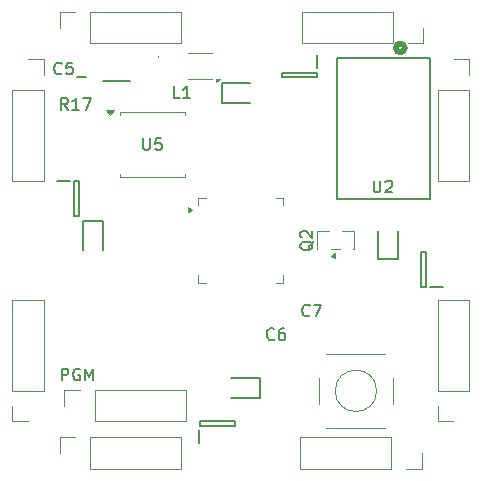
<source format=gbr>
%TF.GenerationSoftware,KiCad,Pcbnew,9.0.6*%
%TF.CreationDate,2025-12-07T19:21:49-08:00*%
%TF.ProjectId,redstone_lamp,72656473-746f-46e6-955f-6c616d702e6b,rev?*%
%TF.SameCoordinates,Original*%
%TF.FileFunction,Legend,Top*%
%TF.FilePolarity,Positive*%
%FSLAX46Y46*%
G04 Gerber Fmt 4.6, Leading zero omitted, Abs format (unit mm)*
G04 Created by KiCad (PCBNEW 9.0.6) date 2025-12-07 19:21:49*
%MOMM*%
%LPD*%
G01*
G04 APERTURE LIST*
%ADD10C,0.150000*%
%ADD11C,0.152400*%
%ADD12C,0.508000*%
%ADD13C,0.200000*%
%ADD14C,0.120000*%
%ADD15C,0.100000*%
G04 APERTURE END LIST*
D10*
X119836779Y-66869819D02*
X119836779Y-65869819D01*
X119836779Y-65869819D02*
X120217731Y-65869819D01*
X120217731Y-65869819D02*
X120312969Y-65917438D01*
X120312969Y-65917438D02*
X120360588Y-65965057D01*
X120360588Y-65965057D02*
X120408207Y-66060295D01*
X120408207Y-66060295D02*
X120408207Y-66203152D01*
X120408207Y-66203152D02*
X120360588Y-66298390D01*
X120360588Y-66298390D02*
X120312969Y-66346009D01*
X120312969Y-66346009D02*
X120217731Y-66393628D01*
X120217731Y-66393628D02*
X119836779Y-66393628D01*
X121360588Y-65917438D02*
X121265350Y-65869819D01*
X121265350Y-65869819D02*
X121122493Y-65869819D01*
X121122493Y-65869819D02*
X120979636Y-65917438D01*
X120979636Y-65917438D02*
X120884398Y-66012676D01*
X120884398Y-66012676D02*
X120836779Y-66107914D01*
X120836779Y-66107914D02*
X120789160Y-66298390D01*
X120789160Y-66298390D02*
X120789160Y-66441247D01*
X120789160Y-66441247D02*
X120836779Y-66631723D01*
X120836779Y-66631723D02*
X120884398Y-66726961D01*
X120884398Y-66726961D02*
X120979636Y-66822200D01*
X120979636Y-66822200D02*
X121122493Y-66869819D01*
X121122493Y-66869819D02*
X121217731Y-66869819D01*
X121217731Y-66869819D02*
X121360588Y-66822200D01*
X121360588Y-66822200D02*
X121408207Y-66774580D01*
X121408207Y-66774580D02*
X121408207Y-66441247D01*
X121408207Y-66441247D02*
X121217731Y-66441247D01*
X121836779Y-66869819D02*
X121836779Y-65869819D01*
X121836779Y-65869819D02*
X122170112Y-66584104D01*
X122170112Y-66584104D02*
X122503445Y-65869819D01*
X122503445Y-65869819D02*
X122503445Y-66869819D01*
X146238095Y-49954819D02*
X146238095Y-50764342D01*
X146238095Y-50764342D02*
X146285714Y-50859580D01*
X146285714Y-50859580D02*
X146333333Y-50907200D01*
X146333333Y-50907200D02*
X146428571Y-50954819D01*
X146428571Y-50954819D02*
X146619047Y-50954819D01*
X146619047Y-50954819D02*
X146714285Y-50907200D01*
X146714285Y-50907200D02*
X146761904Y-50859580D01*
X146761904Y-50859580D02*
X146809523Y-50764342D01*
X146809523Y-50764342D02*
X146809523Y-49954819D01*
X147238095Y-50050057D02*
X147285714Y-50002438D01*
X147285714Y-50002438D02*
X147380952Y-49954819D01*
X147380952Y-49954819D02*
X147619047Y-49954819D01*
X147619047Y-49954819D02*
X147714285Y-50002438D01*
X147714285Y-50002438D02*
X147761904Y-50050057D01*
X147761904Y-50050057D02*
X147809523Y-50145295D01*
X147809523Y-50145295D02*
X147809523Y-50240533D01*
X147809523Y-50240533D02*
X147761904Y-50383390D01*
X147761904Y-50383390D02*
X147190476Y-50954819D01*
X147190476Y-50954819D02*
X147809523Y-50954819D01*
X140833333Y-61359580D02*
X140785714Y-61407200D01*
X140785714Y-61407200D02*
X140642857Y-61454819D01*
X140642857Y-61454819D02*
X140547619Y-61454819D01*
X140547619Y-61454819D02*
X140404762Y-61407200D01*
X140404762Y-61407200D02*
X140309524Y-61311961D01*
X140309524Y-61311961D02*
X140261905Y-61216723D01*
X140261905Y-61216723D02*
X140214286Y-61026247D01*
X140214286Y-61026247D02*
X140214286Y-60883390D01*
X140214286Y-60883390D02*
X140261905Y-60692914D01*
X140261905Y-60692914D02*
X140309524Y-60597676D01*
X140309524Y-60597676D02*
X140404762Y-60502438D01*
X140404762Y-60502438D02*
X140547619Y-60454819D01*
X140547619Y-60454819D02*
X140642857Y-60454819D01*
X140642857Y-60454819D02*
X140785714Y-60502438D01*
X140785714Y-60502438D02*
X140833333Y-60550057D01*
X141166667Y-60454819D02*
X141833333Y-60454819D01*
X141833333Y-60454819D02*
X141404762Y-61454819D01*
X129833333Y-42954819D02*
X129357143Y-42954819D01*
X129357143Y-42954819D02*
X129357143Y-41954819D01*
X130690476Y-42954819D02*
X130119048Y-42954819D01*
X130404762Y-42954819D02*
X130404762Y-41954819D01*
X130404762Y-41954819D02*
X130309524Y-42097676D01*
X130309524Y-42097676D02*
X130214286Y-42192914D01*
X130214286Y-42192914D02*
X130119048Y-42240533D01*
X119833333Y-40859580D02*
X119785714Y-40907200D01*
X119785714Y-40907200D02*
X119642857Y-40954819D01*
X119642857Y-40954819D02*
X119547619Y-40954819D01*
X119547619Y-40954819D02*
X119404762Y-40907200D01*
X119404762Y-40907200D02*
X119309524Y-40811961D01*
X119309524Y-40811961D02*
X119261905Y-40716723D01*
X119261905Y-40716723D02*
X119214286Y-40526247D01*
X119214286Y-40526247D02*
X119214286Y-40383390D01*
X119214286Y-40383390D02*
X119261905Y-40192914D01*
X119261905Y-40192914D02*
X119309524Y-40097676D01*
X119309524Y-40097676D02*
X119404762Y-40002438D01*
X119404762Y-40002438D02*
X119547619Y-39954819D01*
X119547619Y-39954819D02*
X119642857Y-39954819D01*
X119642857Y-39954819D02*
X119785714Y-40002438D01*
X119785714Y-40002438D02*
X119833333Y-40050057D01*
X120738095Y-39954819D02*
X120261905Y-39954819D01*
X120261905Y-39954819D02*
X120214286Y-40431009D01*
X120214286Y-40431009D02*
X120261905Y-40383390D01*
X120261905Y-40383390D02*
X120357143Y-40335771D01*
X120357143Y-40335771D02*
X120595238Y-40335771D01*
X120595238Y-40335771D02*
X120690476Y-40383390D01*
X120690476Y-40383390D02*
X120738095Y-40431009D01*
X120738095Y-40431009D02*
X120785714Y-40526247D01*
X120785714Y-40526247D02*
X120785714Y-40764342D01*
X120785714Y-40764342D02*
X120738095Y-40859580D01*
X120738095Y-40859580D02*
X120690476Y-40907200D01*
X120690476Y-40907200D02*
X120595238Y-40954819D01*
X120595238Y-40954819D02*
X120357143Y-40954819D01*
X120357143Y-40954819D02*
X120261905Y-40907200D01*
X120261905Y-40907200D02*
X120214286Y-40859580D01*
X120357142Y-43954819D02*
X120023809Y-43478628D01*
X119785714Y-43954819D02*
X119785714Y-42954819D01*
X119785714Y-42954819D02*
X120166666Y-42954819D01*
X120166666Y-42954819D02*
X120261904Y-43002438D01*
X120261904Y-43002438D02*
X120309523Y-43050057D01*
X120309523Y-43050057D02*
X120357142Y-43145295D01*
X120357142Y-43145295D02*
X120357142Y-43288152D01*
X120357142Y-43288152D02*
X120309523Y-43383390D01*
X120309523Y-43383390D02*
X120261904Y-43431009D01*
X120261904Y-43431009D02*
X120166666Y-43478628D01*
X120166666Y-43478628D02*
X119785714Y-43478628D01*
X121309523Y-43954819D02*
X120738095Y-43954819D01*
X121023809Y-43954819D02*
X121023809Y-42954819D01*
X121023809Y-42954819D02*
X120928571Y-43097676D01*
X120928571Y-43097676D02*
X120833333Y-43192914D01*
X120833333Y-43192914D02*
X120738095Y-43240533D01*
X121642857Y-42954819D02*
X122309523Y-42954819D01*
X122309523Y-42954819D02*
X121880952Y-43954819D01*
X126738095Y-46359819D02*
X126738095Y-47169342D01*
X126738095Y-47169342D02*
X126785714Y-47264580D01*
X126785714Y-47264580D02*
X126833333Y-47312200D01*
X126833333Y-47312200D02*
X126928571Y-47359819D01*
X126928571Y-47359819D02*
X127119047Y-47359819D01*
X127119047Y-47359819D02*
X127214285Y-47312200D01*
X127214285Y-47312200D02*
X127261904Y-47264580D01*
X127261904Y-47264580D02*
X127309523Y-47169342D01*
X127309523Y-47169342D02*
X127309523Y-46359819D01*
X128261904Y-46359819D02*
X127785714Y-46359819D01*
X127785714Y-46359819D02*
X127738095Y-46836009D01*
X127738095Y-46836009D02*
X127785714Y-46788390D01*
X127785714Y-46788390D02*
X127880952Y-46740771D01*
X127880952Y-46740771D02*
X128119047Y-46740771D01*
X128119047Y-46740771D02*
X128214285Y-46788390D01*
X128214285Y-46788390D02*
X128261904Y-46836009D01*
X128261904Y-46836009D02*
X128309523Y-46931247D01*
X128309523Y-46931247D02*
X128309523Y-47169342D01*
X128309523Y-47169342D02*
X128261904Y-47264580D01*
X128261904Y-47264580D02*
X128214285Y-47312200D01*
X128214285Y-47312200D02*
X128119047Y-47359819D01*
X128119047Y-47359819D02*
X127880952Y-47359819D01*
X127880952Y-47359819D02*
X127785714Y-47312200D01*
X127785714Y-47312200D02*
X127738095Y-47264580D01*
X141150057Y-55095238D02*
X141102438Y-55190476D01*
X141102438Y-55190476D02*
X141007200Y-55285714D01*
X141007200Y-55285714D02*
X140864342Y-55428571D01*
X140864342Y-55428571D02*
X140816723Y-55523809D01*
X140816723Y-55523809D02*
X140816723Y-55619047D01*
X141054819Y-55571428D02*
X141007200Y-55666666D01*
X141007200Y-55666666D02*
X140911961Y-55761904D01*
X140911961Y-55761904D02*
X140721485Y-55809523D01*
X140721485Y-55809523D02*
X140388152Y-55809523D01*
X140388152Y-55809523D02*
X140197676Y-55761904D01*
X140197676Y-55761904D02*
X140102438Y-55666666D01*
X140102438Y-55666666D02*
X140054819Y-55571428D01*
X140054819Y-55571428D02*
X140054819Y-55380952D01*
X140054819Y-55380952D02*
X140102438Y-55285714D01*
X140102438Y-55285714D02*
X140197676Y-55190476D01*
X140197676Y-55190476D02*
X140388152Y-55142857D01*
X140388152Y-55142857D02*
X140721485Y-55142857D01*
X140721485Y-55142857D02*
X140911961Y-55190476D01*
X140911961Y-55190476D02*
X141007200Y-55285714D01*
X141007200Y-55285714D02*
X141054819Y-55380952D01*
X141054819Y-55380952D02*
X141054819Y-55571428D01*
X140150057Y-54761904D02*
X140102438Y-54714285D01*
X140102438Y-54714285D02*
X140054819Y-54619047D01*
X140054819Y-54619047D02*
X140054819Y-54380952D01*
X140054819Y-54380952D02*
X140102438Y-54285714D01*
X140102438Y-54285714D02*
X140150057Y-54238095D01*
X140150057Y-54238095D02*
X140245295Y-54190476D01*
X140245295Y-54190476D02*
X140340533Y-54190476D01*
X140340533Y-54190476D02*
X140483390Y-54238095D01*
X140483390Y-54238095D02*
X141054819Y-54809523D01*
X141054819Y-54809523D02*
X141054819Y-54190476D01*
X137833333Y-63359580D02*
X137785714Y-63407200D01*
X137785714Y-63407200D02*
X137642857Y-63454819D01*
X137642857Y-63454819D02*
X137547619Y-63454819D01*
X137547619Y-63454819D02*
X137404762Y-63407200D01*
X137404762Y-63407200D02*
X137309524Y-63311961D01*
X137309524Y-63311961D02*
X137261905Y-63216723D01*
X137261905Y-63216723D02*
X137214286Y-63026247D01*
X137214286Y-63026247D02*
X137214286Y-62883390D01*
X137214286Y-62883390D02*
X137261905Y-62692914D01*
X137261905Y-62692914D02*
X137309524Y-62597676D01*
X137309524Y-62597676D02*
X137404762Y-62502438D01*
X137404762Y-62502438D02*
X137547619Y-62454819D01*
X137547619Y-62454819D02*
X137642857Y-62454819D01*
X137642857Y-62454819D02*
X137785714Y-62502438D01*
X137785714Y-62502438D02*
X137833333Y-62550057D01*
X138690476Y-62454819D02*
X138500000Y-62454819D01*
X138500000Y-62454819D02*
X138404762Y-62502438D01*
X138404762Y-62502438D02*
X138357143Y-62550057D01*
X138357143Y-62550057D02*
X138261905Y-62692914D01*
X138261905Y-62692914D02*
X138214286Y-62883390D01*
X138214286Y-62883390D02*
X138214286Y-63264342D01*
X138214286Y-63264342D02*
X138261905Y-63359580D01*
X138261905Y-63359580D02*
X138309524Y-63407200D01*
X138309524Y-63407200D02*
X138404762Y-63454819D01*
X138404762Y-63454819D02*
X138595238Y-63454819D01*
X138595238Y-63454819D02*
X138690476Y-63407200D01*
X138690476Y-63407200D02*
X138738095Y-63359580D01*
X138738095Y-63359580D02*
X138785714Y-63264342D01*
X138785714Y-63264342D02*
X138785714Y-63026247D01*
X138785714Y-63026247D02*
X138738095Y-62931009D01*
X138738095Y-62931009D02*
X138690476Y-62883390D01*
X138690476Y-62883390D02*
X138595238Y-62835771D01*
X138595238Y-62835771D02*
X138404762Y-62835771D01*
X138404762Y-62835771D02*
X138309524Y-62883390D01*
X138309524Y-62883390D02*
X138261905Y-62931009D01*
X138261905Y-62931009D02*
X138214286Y-63026247D01*
D11*
%TO.C,U2*%
X143166000Y-39609100D02*
X143166000Y-51470900D01*
X143166000Y-51470900D02*
X151014600Y-51470900D01*
X151014600Y-39609100D02*
X143166000Y-39609100D01*
X151014600Y-51470900D02*
X151014600Y-39609100D01*
D12*
X148881000Y-38720100D02*
G75*
G02*
X148119000Y-38720100I-381000J0D01*
G01*
X148119000Y-38720100D02*
G75*
G02*
X148881000Y-38720100I381000J0D01*
G01*
D13*
%TO.C,D2*%
X146650000Y-54200000D02*
X146650000Y-56625000D01*
X146650000Y-56625000D02*
X148350000Y-56625000D01*
X148350000Y-56625000D02*
X148350000Y-54200000D01*
%TO.C,D4*%
X121650000Y-53375000D02*
X121650000Y-55800000D01*
X123350000Y-53375000D02*
X121650000Y-53375000D01*
X123350000Y-55800000D02*
X123350000Y-53375000D01*
%TO.C,D3*%
X134200000Y-68350000D02*
X136625000Y-68350000D01*
X136625000Y-66650000D02*
X134200000Y-66650000D01*
X136625000Y-68350000D02*
X136625000Y-66650000D01*
D14*
%TO.C,SW1*%
X141630000Y-68850000D02*
X141630000Y-66650000D01*
X147250000Y-64630000D02*
X142250000Y-64630000D01*
X147250000Y-70870000D02*
X142250000Y-70870000D01*
X147870000Y-66650000D02*
X147870000Y-68850000D01*
X146500000Y-67750000D02*
G75*
G02*
X143000000Y-67750000I-1750000J0D01*
G01*
X143000000Y-67750000D02*
G75*
G02*
X146500000Y-67750000I1750000J0D01*
G01*
%TO.C,U3*%
X132550000Y-39110000D02*
X130550000Y-39110000D01*
X132560000Y-41390000D02*
X130560000Y-41390000D01*
X132920000Y-41600000D02*
X132920000Y-41320000D01*
X133200000Y-41320000D01*
X132920000Y-41600000D01*
G36*
X132920000Y-41600000D02*
G01*
X132920000Y-41320000D01*
X133200000Y-41320000D01*
X132920000Y-41600000D01*
G37*
%TO.C,J9*%
X120050000Y-67670000D02*
X121380000Y-67670000D01*
X120050000Y-69000000D02*
X120050000Y-67670000D01*
X122650000Y-67670000D02*
X130330000Y-67670000D01*
X122650000Y-70330000D02*
X122650000Y-67670000D01*
X122650000Y-70330000D02*
X130330000Y-70330000D01*
X130330000Y-70330000D02*
X130330000Y-67670000D01*
%TO.C,J8*%
X115645000Y-67730000D02*
X115645000Y-60050000D01*
X115645000Y-70330000D02*
X115645000Y-69000000D01*
X116975000Y-70330000D02*
X115645000Y-70330000D01*
X118305000Y-60050000D02*
X115645000Y-60050000D01*
X118305000Y-67730000D02*
X115645000Y-67730000D01*
X118305000Y-67730000D02*
X118305000Y-60050000D01*
%TO.C,J4*%
X151670000Y-67730000D02*
X151670000Y-60050000D01*
X151670000Y-70330000D02*
X151670000Y-69000000D01*
X153000000Y-70330000D02*
X151670000Y-70330000D01*
X154330000Y-60050000D02*
X151670000Y-60050000D01*
X154330000Y-67730000D02*
X151670000Y-67730000D01*
X154330000Y-67730000D02*
X154330000Y-60050000D01*
D15*
%TO.C,L1*%
X128000000Y-39400000D02*
X128000000Y-39400000D01*
X128000000Y-39500000D02*
X128000000Y-39500000D01*
X128000000Y-39400000D02*
G75*
G02*
X128000000Y-39500000I0J-50000D01*
G01*
X128000000Y-39500000D02*
G75*
G02*
X128000000Y-39400000I0J50000D01*
G01*
D13*
%TO.C,D18*%
X150300000Y-56025000D02*
X150700000Y-56025000D01*
X150300000Y-58975000D02*
X150300000Y-56025000D01*
X150700000Y-56025000D02*
X150700000Y-58975000D01*
X150700000Y-58975000D02*
X150300000Y-58975000D01*
X152150000Y-59000000D02*
X151050000Y-59000000D01*
%TO.C,D1*%
X133375000Y-41650000D02*
X133375000Y-43350000D01*
X133375000Y-43350000D02*
X135800000Y-43350000D01*
X135800000Y-41650000D02*
X133375000Y-41650000D01*
D14*
%TO.C,J1*%
X119670000Y-35670000D02*
X121000000Y-35670000D01*
X119670000Y-37000000D02*
X119670000Y-35670000D01*
X122270000Y-35670000D02*
X129950000Y-35670000D01*
X122270000Y-38330000D02*
X122270000Y-35670000D01*
X122270000Y-38330000D02*
X129950000Y-38330000D01*
X129950000Y-38330000D02*
X129950000Y-35670000D01*
D13*
%TO.C,C5*%
X121900000Y-41175000D02*
X121100000Y-41175000D01*
%TO.C,R17*%
X125650000Y-41500000D02*
X123350000Y-41500000D01*
D14*
%TO.C,J2*%
X140170000Y-35670000D02*
X140170000Y-38330000D01*
X147850000Y-35670000D02*
X140170000Y-35670000D01*
X147850000Y-35670000D02*
X147850000Y-38330000D01*
X147850000Y-38330000D02*
X140170000Y-38330000D01*
X150450000Y-37000000D02*
X150450000Y-38330000D01*
X150450000Y-38330000D02*
X149120000Y-38330000D01*
D13*
%TO.C,D21*%
X119450000Y-49950000D02*
X120550000Y-49950000D01*
X120900000Y-49975000D02*
X121300000Y-49975000D01*
X120900000Y-52925000D02*
X120900000Y-49975000D01*
X121300000Y-49975000D02*
X121300000Y-52925000D01*
X121300000Y-52925000D02*
X120900000Y-52925000D01*
D14*
%TO.C,U5*%
X124740000Y-44145000D02*
X130260000Y-44145000D01*
X124740000Y-44415000D02*
X124740000Y-44145000D01*
X124740000Y-49665000D02*
X124740000Y-49395000D01*
X130260000Y-44145000D02*
X130260000Y-44415000D01*
X130260000Y-49395000D02*
X130260000Y-49665000D01*
X130260000Y-49665000D02*
X124740000Y-49665000D01*
X123910000Y-44405000D02*
X123570000Y-43935000D01*
X124250000Y-43935000D01*
X123910000Y-44405000D01*
G36*
X123910000Y-44405000D02*
G01*
X123570000Y-43935000D01*
X124250000Y-43935000D01*
X123910000Y-44405000D01*
G37*
%TO.C,J6*%
X140050000Y-71695000D02*
X140050000Y-74355000D01*
X147730000Y-71695000D02*
X140050000Y-71695000D01*
X147730000Y-71695000D02*
X147730000Y-74355000D01*
X147730000Y-74355000D02*
X140050000Y-74355000D01*
X150330000Y-73025000D02*
X150330000Y-74355000D01*
X150330000Y-74355000D02*
X149000000Y-74355000D01*
%TO.C,Q2*%
X141440000Y-54240000D02*
X142440000Y-54240000D01*
X141440000Y-55760000D02*
X141440000Y-54240000D01*
X141490000Y-55760000D02*
X141440000Y-55760000D01*
X143390000Y-55760000D02*
X142610000Y-55760000D01*
X143560000Y-54240000D02*
X144560000Y-54240000D01*
X144560000Y-54240000D02*
X144560000Y-55760000D01*
X144560000Y-55760000D02*
X144510000Y-55760000D01*
X142950000Y-56540000D02*
X142620000Y-56300000D01*
X142950000Y-56060000D01*
X142950000Y-56540000D01*
G36*
X142950000Y-56540000D02*
G01*
X142620000Y-56300000D01*
X142950000Y-56060000D01*
X142950000Y-56540000D01*
G37*
%TO.C,U1*%
X131390000Y-51390000D02*
X132039999Y-51390000D01*
X131390000Y-52039999D02*
X131390000Y-51390000D01*
X131390000Y-58610000D02*
X131390000Y-57960001D01*
X132039999Y-58610000D02*
X131390000Y-58610000D01*
X137960001Y-51390000D02*
X138610000Y-51390000D01*
X138610000Y-51390000D02*
X138610000Y-52039999D01*
X138610000Y-57960001D02*
X138610000Y-58610000D01*
X138610000Y-58610000D02*
X137960001Y-58610000D01*
X130860000Y-52399999D02*
X130530000Y-52640000D01*
X130530000Y-52160000D01*
X130860000Y-52399999D01*
G36*
X130860000Y-52399999D02*
G01*
X130530000Y-52640000D01*
X130530000Y-52160000D01*
X130860000Y-52399999D01*
G37*
%TO.C,J5*%
X119670000Y-71670000D02*
X121000000Y-71670000D01*
X119670000Y-73000000D02*
X119670000Y-71670000D01*
X122270000Y-71670000D02*
X129950000Y-71670000D01*
X122270000Y-74330000D02*
X122270000Y-71670000D01*
X122270000Y-74330000D02*
X129950000Y-74330000D01*
X129950000Y-74330000D02*
X129950000Y-71670000D01*
D13*
%TO.C,D17*%
X138475000Y-40800000D02*
X141425000Y-40800000D01*
X138475000Y-41200000D02*
X138475000Y-40800000D01*
X141425000Y-40800000D02*
X141425000Y-41200000D01*
X141425000Y-41200000D02*
X138475000Y-41200000D01*
X141450000Y-39350000D02*
X141450000Y-40450000D01*
%TO.C,D20*%
X131500000Y-72150000D02*
X131500000Y-71050000D01*
X131525000Y-70300000D02*
X134475000Y-70300000D01*
X131525000Y-70700000D02*
X131525000Y-70300000D01*
X134475000Y-70300000D02*
X134475000Y-70700000D01*
X134475000Y-70700000D02*
X131525000Y-70700000D01*
D14*
%TO.C,J7*%
X115670000Y-42270000D02*
X115670000Y-49950000D01*
X115670000Y-42270000D02*
X118330000Y-42270000D01*
X115670000Y-49950000D02*
X118330000Y-49950000D01*
X117000000Y-39670000D02*
X118330000Y-39670000D01*
X118330000Y-39670000D02*
X118330000Y-41000000D01*
X118330000Y-42270000D02*
X118330000Y-49950000D01*
%TO.C,J3*%
X151695000Y-42270000D02*
X151695000Y-49950000D01*
X151695000Y-42270000D02*
X154355000Y-42270000D01*
X151695000Y-49950000D02*
X154355000Y-49950000D01*
X153025000Y-39670000D02*
X154355000Y-39670000D01*
X154355000Y-39670000D02*
X154355000Y-41000000D01*
X154355000Y-42270000D02*
X154355000Y-49950000D01*
%TD*%
M02*

</source>
